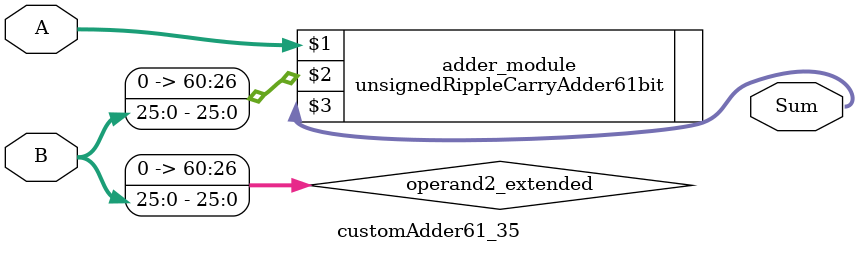
<source format=v>
module customAdder61_35(
                        input [60 : 0] A,
                        input [25 : 0] B,
                        
                        output [61 : 0] Sum
                );

        wire [60 : 0] operand2_extended;
        
        assign operand2_extended =  {35'b0, B};
        
        unsignedRippleCarryAdder61bit adder_module(
            A,
            operand2_extended,
            Sum
        );
        
        endmodule
        
</source>
